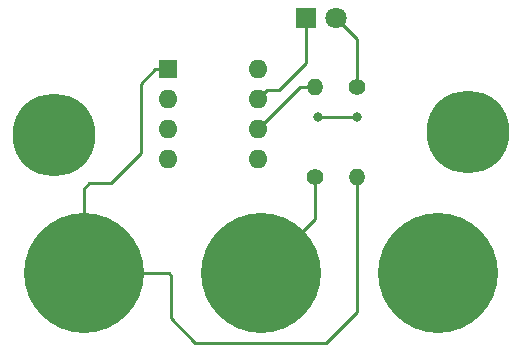
<source format=gtl>
G04 #@! TF.GenerationSoftware,KiCad,Pcbnew,(5.0.1)-3*
G04 #@! TF.CreationDate,2019-09-12T10:27:16+05:30*
G04 #@! TF.ProjectId,kicad-tut,6B696361642D7475742E6B696361645F,v1.0*
G04 #@! TF.SameCoordinates,Original*
G04 #@! TF.FileFunction,Copper,L1,Top,Signal*
G04 #@! TF.FilePolarity,Positive*
%FSLAX46Y46*%
G04 Gerber Fmt 4.6, Leading zero omitted, Abs format (unit mm)*
G04 Created by KiCad (PCBNEW (5.0.1)-3) date 09/12/19 10:27:16*
%MOMM*%
%LPD*%
G01*
G04 APERTURE LIST*
G04 #@! TA.AperFunction,ComponentPad*
%ADD10R,1.800000X1.800000*%
G04 #@! TD*
G04 #@! TA.AperFunction,ComponentPad*
%ADD11C,1.800000*%
G04 #@! TD*
G04 #@! TA.AperFunction,ComponentPad*
%ADD12C,10.160000*%
G04 #@! TD*
G04 #@! TA.AperFunction,ComponentPad*
%ADD13C,1.400000*%
G04 #@! TD*
G04 #@! TA.AperFunction,ComponentPad*
%ADD14O,1.400000X1.400000*%
G04 #@! TD*
G04 #@! TA.AperFunction,ComponentPad*
%ADD15R,1.600000X1.600000*%
G04 #@! TD*
G04 #@! TA.AperFunction,ComponentPad*
%ADD16O,1.600000X1.600000*%
G04 #@! TD*
G04 #@! TA.AperFunction,ComponentPad*
%ADD17C,7.000000*%
G04 #@! TD*
G04 #@! TA.AperFunction,ViaPad*
%ADD18C,0.800000*%
G04 #@! TD*
G04 #@! TA.AperFunction,Conductor*
%ADD19C,0.250000*%
G04 #@! TD*
G04 APERTURE END LIST*
D10*
G04 #@! TO.P,D1,1*
G04 #@! TO.N,/uCtoLED*
X147320000Y-81280000D03*
D11*
G04 #@! TO.P,D1,2*
G04 #@! TO.N,/LEDtoR*
X149860000Y-81280000D03*
G04 #@! TD*
D12*
G04 #@! TO.P,J1,1*
G04 #@! TO.N,VCC*
X128520000Y-102870000D03*
G04 #@! TO.P,J1,3*
G04 #@! TO.N,GND*
X158490000Y-102870000D03*
G04 #@! TO.P,J1,2*
G04 #@! TO.N,Net-(J1-Pad2)*
X143510000Y-102870000D03*
G04 #@! TD*
D13*
G04 #@! TO.P,R1,1*
G04 #@! TO.N,/LEDtoR*
X151638000Y-87122000D03*
D14*
G04 #@! TO.P,R1,2*
G04 #@! TO.N,VCC*
X151638000Y-94742000D03*
G04 #@! TD*
G04 #@! TO.P,R2,2*
G04 #@! TO.N,/INPUT*
X148082000Y-87122000D03*
D13*
G04 #@! TO.P,R2,1*
G04 #@! TO.N,Net-(J1-Pad2)*
X148082000Y-94742000D03*
G04 #@! TD*
D15*
G04 #@! TO.P,U1,1*
G04 #@! TO.N,VCC*
X135636000Y-85598000D03*
D16*
G04 #@! TO.P,U1,5*
G04 #@! TO.N,Net-(U1-Pad5)*
X143256000Y-93218000D03*
G04 #@! TO.P,U1,2*
G04 #@! TO.N,Net-(U1-Pad2)*
X135636000Y-88138000D03*
G04 #@! TO.P,U1,6*
G04 #@! TO.N,/INPUT*
X143256000Y-90678000D03*
G04 #@! TO.P,U1,3*
G04 #@! TO.N,Net-(U1-Pad3)*
X135636000Y-90678000D03*
G04 #@! TO.P,U1,7*
G04 #@! TO.N,/uCtoLED*
X143256000Y-88138000D03*
G04 #@! TO.P,U1,4*
G04 #@! TO.N,Net-(U1-Pad4)*
X135636000Y-93218000D03*
G04 #@! TO.P,U1,8*
G04 #@! TO.N,GND*
X143256000Y-85598000D03*
G04 #@! TD*
D17*
G04 #@! TO.P,,1*
G04 #@! TO.N,N/C*
X125984000Y-91186000D03*
G04 #@! TD*
G04 #@! TO.P,,2*
G04 #@! TO.N,N/C*
X161036000Y-90932000D03*
G04 #@! TD*
D18*
G04 #@! TO.N,GND*
X151638000Y-89662000D03*
X148336000Y-89662000D03*
G04 #@! TD*
D19*
G04 #@! TO.N,/uCtoLED*
X144055999Y-87338001D02*
X145071999Y-87338001D01*
X143256000Y-88138000D02*
X144055999Y-87338001D01*
X147320000Y-85090000D02*
X147320000Y-81280000D01*
X145071999Y-87338001D02*
X147320000Y-85090000D01*
G04 #@! TO.N,/LEDtoR*
X151638000Y-83058000D02*
X151638000Y-87122000D01*
X149860000Y-81280000D02*
X151638000Y-83058000D01*
G04 #@! TO.N,VCC*
X134586000Y-85598000D02*
X135636000Y-85598000D01*
X128520000Y-95685796D02*
X128955796Y-95250000D01*
X128955796Y-95250000D02*
X130810000Y-95250000D01*
X133350000Y-86834000D02*
X134586000Y-85598000D01*
X128520000Y-102870000D02*
X128520000Y-95685796D01*
X130810000Y-95250000D02*
X133350000Y-92710000D01*
X133350000Y-92710000D02*
X133350000Y-86834000D01*
X135704204Y-102870000D02*
X128520000Y-102870000D01*
X151638000Y-94742000D02*
X151638000Y-106172000D01*
X149040010Y-108769990D02*
X137979990Y-108769990D01*
X135890000Y-103055796D02*
X135704204Y-102870000D01*
X137979990Y-108769990D02*
X135890000Y-106680000D01*
X151638000Y-106172000D02*
X149040010Y-108769990D01*
X135890000Y-106680000D02*
X135890000Y-103055796D01*
G04 #@! TO.N,GND*
X151638000Y-89662000D02*
X148336000Y-89662000D01*
G04 #@! TO.N,Net-(J1-Pad2)*
X143510000Y-102870000D02*
X143510000Y-99060000D01*
X148082000Y-98298000D02*
X148082000Y-94742000D01*
X143510000Y-102870000D02*
X148082000Y-98298000D01*
G04 #@! TO.N,/INPUT*
X146812000Y-87122000D02*
X148082000Y-87122000D01*
X143256000Y-90678000D02*
X146812000Y-87122000D01*
G04 #@! TD*
M02*

</source>
